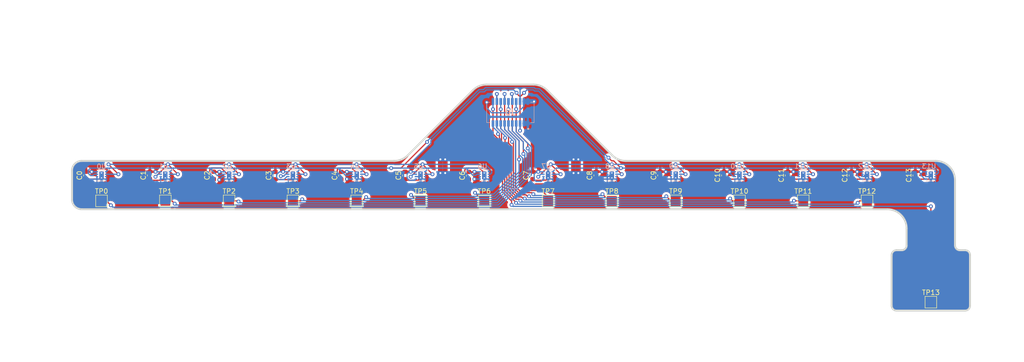
<source format=kicad_pcb>
(kicad_pcb
	(version 20240108)
	(generator "pcbnew")
	(generator_version "8.0")
	(general
		(thickness 1.6)
		(legacy_teardrops no)
	)
	(paper "A4")
	(layers
		(0 "F.Cu" signal)
		(31 "B.Cu" signal)
		(32 "B.Adhes" user "B.Adhesive")
		(33 "F.Adhes" user "F.Adhesive")
		(34 "B.Paste" user)
		(35 "F.Paste" user)
		(36 "B.SilkS" user "B.Silkscreen")
		(37 "F.SilkS" user "F.Silkscreen")
		(38 "B.Mask" user)
		(39 "F.Mask" user)
		(40 "Dwgs.User" user "User.Drawings")
		(41 "Cmts.User" user "User.Comments")
		(42 "Eco1.User" user "User.Eco1")
		(43 "Eco2.User" user "User.Eco2")
		(44 "Edge.Cuts" user)
		(45 "Margin" user)
		(46 "B.CrtYd" user "B.Courtyard")
		(47 "F.CrtYd" user "F.Courtyard")
		(48 "B.Fab" user)
		(49 "F.Fab" user)
		(50 "User.1" user)
		(51 "User.2" user)
		(52 "User.3" user)
		(53 "User.4" user)
		(54 "User.5" user)
		(55 "User.6" user)
		(56 "User.7" user)
		(57 "User.8" user)
		(58 "User.9" user)
	)
	(setup
		(stackup
			(layer "F.SilkS"
				(type "Top Silk Screen")
			)
			(layer "F.Paste"
				(type "Top Solder Paste")
			)
			(layer "F.Mask"
				(type "Top Solder Mask")
				(thickness 0.01)
			)
			(layer "F.Cu"
				(type "copper")
				(thickness 0.035)
			)
			(layer "dielectric 1"
				(type "core")
				(thickness 1.51)
				(material "FR4")
				(epsilon_r 4.5)
				(loss_tangent 0.02)
			)
			(layer "B.Cu"
				(type "copper")
				(thickness 0.035)
			)
			(layer "B.Mask"
				(type "Bottom Solder Mask")
				(thickness 0.01)
			)
			(layer "B.Paste"
				(type "Bottom Solder Paste")
			)
			(layer "B.SilkS"
				(type "Bottom Silk Screen")
			)
			(copper_finish "None")
			(dielectric_constraints no)
		)
		(pad_to_mask_clearance 0)
		(allow_soldermask_bridges_in_footprints no)
		(pcbplotparams
			(layerselection 0x00010fc_ffffffff)
			(plot_on_all_layers_selection 0x0000000_00000000)
			(disableapertmacros no)
			(usegerberextensions no)
			(usegerberattributes yes)
			(usegerberadvancedattributes yes)
			(creategerberjobfile yes)
			(dashed_line_dash_ratio 12.000000)
			(dashed_line_gap_ratio 3.000000)
			(svgprecision 4)
			(plotframeref no)
			(viasonmask no)
			(mode 1)
			(useauxorigin no)
			(hpglpennumber 1)
			(hpglpenspeed 20)
			(hpglpendiameter 15.000000)
			(pdf_front_fp_property_popups yes)
			(pdf_back_fp_property_popups yes)
			(dxfpolygonmode yes)
			(dxfimperialunits yes)
			(dxfusepcbnewfont yes)
			(psnegative no)
			(psa4output no)
			(plotreference yes)
			(plotvalue yes)
			(plotfptext yes)
			(plotinvisibletext no)
			(sketchpadsonfab no)
			(subtractmaskfromsilk no)
			(outputformat 1)
			(mirror no)
			(drillshape 1)
			(scaleselection 1)
			(outputdirectory "")
		)
	)
	(net 0 "")
	(net 1 "GND")
	(net 2 "unconnected-(U3-ALERT-Pad3)")
	(net 3 "/SDA")
	(net 4 "+3V3")
	(net 5 "/SCL")
	(net 6 "unconnected-(U6-ALERT-Pad3)")
	(net 7 "unconnected-(U7-ALERT-Pad3)")
	(net 8 "unconnected-(U1-ALERT-Pad3)")
	(net 9 "unconnected-(U2-ALERT-Pad3)")
	(net 10 "unconnected-(U4-ALERT-Pad3)")
	(net 11 "unconnected-(U5-ALERT-Pad3)")
	(net 12 "unconnected-(U8-ALERT-Pad3)")
	(net 13 "unconnected-(U9-ALERT-Pad3)")
	(net 14 "unconnected-(U10-ALERT-Pad3)")
	(net 15 "unconnected-(U11-ALERT-Pad3)")
	(net 16 "unconnected-(U12-ALERT-Pad3)")
	(net 17 "Net-(J0-Pin_13)")
	(net 18 "Net-(J0-Pin_8)")
	(net 19 "Net-(J0-Pin_17)")
	(net 20 "Net-(J0-Pin_7)")
	(net 21 "Net-(J0-Pin_15)")
	(net 22 "Net-(J0-Pin_20)")
	(net 23 "Net-(J0-Pin_12)")
	(net 24 "Net-(J0-Pin_9)")
	(net 25 "Net-(J0-Pin_11)")
	(net 26 "Net-(J0-Pin_10)")
	(net 27 "Net-(J0-Pin_14)")
	(net 28 "Net-(J0-Pin_16)")
	(net 29 "Net-(J0-Pin_19)")
	(net 30 "Net-(J0-Pin_18)")
	(net 31 "unconnected-(U13-ALERT-Pad3)")
	(net 32 "unconnected-(U0-ALERT-Pad3)")
	(footprint "Capacitor_SMD:C_0603_1608Metric" (layer "F.Cu") (at 74.1 91.35 -90))
	(footprint "TestPoint:TestPoint_Pad_2.0x2.0mm" (layer "F.Cu") (at 143.3 96.62))
	(footprint "TestPoint:TestPoint_Pad_2.0x2.0mm" (layer "F.Cu") (at 209.3 96.62))
	(footprint "TestPoint:TestPoint_Pad_2.0x2.0mm" (layer "F.Cu") (at 222.5 96.62))
	(footprint "Capacitor_SMD:C_0603_1608Metric" (layer "F.Cu") (at 100.07 91.38 -90))
	(footprint "Capacitor_SMD:C_0603_1608Metric" (layer "F.Cu") (at 113.69 91.39 -90))
	(footprint "TestPoint:TestPoint_Pad_2.0x2.0mm" (layer "F.Cu") (at 77.31 96.62))
	(footprint "TestPoint:TestPoint_Pad_2.0x2.0mm" (layer "F.Cu") (at 64.1 96.62))
	(footprint "Capacitor_SMD:C_0603_1608Metric" (layer "F.Cu") (at 87.3 91.35 -90))
	(footprint "Capacitor_SMD:C_0603_1608Metric" (layer "F.Cu") (at 153.3 91.35 -90))
	(footprint "TestPoint:TestPoint_Pad_2.0x2.0mm" (layer "F.Cu") (at 156.5 96.62))
	(footprint "TestPoint:TestPoint_Pad_2.0x2.0mm" (layer "F.Cu") (at 196.11 96.62))
	(footprint "Capacitor_SMD:C_0603_1608Metric" (layer "F.Cu") (at 126.89 91.365 -90))
	(footprint "Capacitor_SMD:C_0603_1608Metric" (layer "F.Cu") (at 192.9 91.35 -90))
	(footprint "TestPoint:TestPoint_Pad_2.0x2.0mm" (layer "F.Cu") (at 130.1 96.62))
	(footprint "TestPoint:TestPoint_Pad_2.0x2.0mm" (layer "F.Cu") (at 235.71 117.61))
	(footprint "TestPoint:TestPoint_Pad_2.0x2.0mm" (layer "F.Cu") (at 169.7 96.62))
	(footprint "TestPoint:TestPoint_Pad_2.0x2.0mm" (layer "F.Cu") (at 182.9 96.62))
	(footprint "Capacitor_SMD:C_0603_1608Metric" (layer "F.Cu") (at 140.09 91.39 -90))
	(footprint "TestPoint:TestPoint_Pad_2.0x2.0mm" (layer "F.Cu") (at 103.71 96.62))
	(footprint "Capacitor_SMD:C_0603_1608Metric" (layer "F.Cu") (at 206.1 91.35 -90))
	(footprint "Capacitor_SMD:C_0603_1608Metric" (layer "F.Cu") (at 60.9 91.35 -90))
	(footprint "Capacitor_SMD:C_0603_1608Metric" (layer "F.Cu") (at 219.3 91.35 -90))
	(footprint "Capacitor_SMD:C_0603_1608Metric" (layer "F.Cu") (at 179.7 91.35 -90))
	(footprint "TestPoint:TestPoint_Pad_2.0x2.0mm" (layer "F.Cu") (at 90.5 96.62))
	(footprint "Capacitor_SMD:C_0603_1608Metric" (layer "F.Cu") (at 232.5 91.35 -90))
	(footprint "Capacitor_SMD:C_0603_1608Metric" (layer "F.Cu") (at 166.5 91.35 -90))
	(footprint "TestPoint:TestPoint_Pad_2.0x2.0mm" (layer "F.Cu") (at 116.9 96.62))
	(footprint "Package_SON:WSON-8-1EP_2x2mm_P0.5mm_EP0.9x1.6mm_ThermalVias" (layer "B.Cu") (at 156.5 91.35 180))
	(footprint "Package_SON:WSON-8-1EP_2x2mm_P0.5mm_EP0.9x1.6mm_ThermalVias" (layer "B.Cu") (at 103.7 91.35 180))
	(footprint "Package_SON:WSON-8-1EP_2x2mm_P0.5mm_EP0.9x1.6mm_ThermalVias" (layer "B.Cu") (at 235.7 91.35 180))
	(footprint "Package_SON:WSON-8-1EP_2x2mm_P0.5mm_EP0.9x1.6mm_ThermalVias" (layer "B.Cu") (at 90.5 91.35 180))
	(footprint "Package_SON:WSON-8-1EP_2x2mm_P0.5mm_EP0.9x1.6mm_ThermalVias" (layer "B.Cu") (at 196.1 91.35 180))
	(footprint "MV_Abnehmerplatine:533092070" (layer "B.Cu") (at 148.7 78.3))
	(footprint "Package_SON:WSON-8-1EP_2x2mm_P0.5mm_EP0.9x1.6mm_ThermalVias" (layer "B.Cu") (at 116.9 91.35 180))
	(footprint "Package_SON:WSON-8-1EP_2x2mm_P0.5mm_EP0.9x1.6mm_ThermalVias" (layer "B.Cu") (at 143.3 91.35 180))
	(footprint "Package_SON:WSON-8-1EP_2x2mm_P0.5mm_EP0.9x1.6mm_ThermalVias" (layer "B.Cu") (at 77.3 91.35 180))
	(footprint "Package_SON:WSON-8-1EP_2x2mm_P0.5mm_EP0.9x1.6mm_ThermalVias" (layer "B.Cu") (at 222.5 91.35 180))
	(footprint "Package_SON:WSON-8-1EP_2x2mm_P0.5mm_EP0.9x1.6mm_ThermalVias" (layer "B.Cu") (at 169.7 91.35 180))
	(footprint "Package_SON:WSON-8-1EP_2x2mm_P0.5mm_EP0.9x1.6mm_ThermalVias" (layer "B.Cu") (at 130.1 91.35 180))
	(footprint "Package_SON:WSON-8-1EP_2x2mm_P0.5mm_EP0.9x1.6mm_ThermalVias"
		(layer "B.Cu")
		(uuid "cebc6ab1-22a4-48d4-b7c3-a97a55c10e0b")
		(at 209.3 91.35 180)
		(descr "8-Lead Plastic WSON, 2x2mm Body, 0.5mm Pitch, WSON-8, http://www.ti.com/lit/ds/symlink/lm27761.pdf")
		(tags "WSON 8 1EP ThermalVias")
		(property "Reference" "U11"
			(at 0.38 1.9 180)
			(layer "B.SilkS")
			(uuid "df15d7d7-0a21-4ca7-b56e-56fbfdac1bf0")
			(effects
				(font
					(size 1 1)
					(thickness 0.15)
				)
				(justify mirror)
			)
		)
		(property "Value" "TMP1075DSG"
			(at 0.01 -2.14 180)
			(layer "B.Fab")
			(uuid "40b8c5b3-f5b7-40e5-bc78-885e5379874e")
			(effects
				(font
					(size 1 1)
					(thickness 0.15)
				)
				(justify mirror)
			)
		)
		(property "Footprint" "Package_SON:WSON-8-1EP_2x2mm_P0.5mm_EP0.9x1.6mm_ThermalVias"
			(at 0 0 0)
			(unlocked yes)
			(layer "B.Fab")
			(hide yes)
			(uuid "5e4d230c-2f8a-46ee-9b94-b70536680556")
			(effects
				(font
					(size 1.27 1.27)
				)
				(justify mirror)
			)
		)
		(property "Datasheet" "https://www.ti.com/lit/gpn/tmp1075"
			(at 0 0 0)
			(unlocked yes)
			(layer "B.Fab")
			(hide yes)
			(uuid "025a387f-be55-4094-9237-126f6ae56774")
			(effects
				(font
					(size 1.27 1.27)
				)
				(justify mirror)
			)
		)
		(property "Description" ""
			(at 0 0 0)
			(unlocked yes)
			(layer "B.Fab")
			(hide yes)
			(uuid "8bfb4beb-efea-49b2-9c14-4c8713eff8a8")
			(effects
				(font
					(size 1.27 1.27)
				)
				(justify mirror)
			)
		)
		(property ki_fp_filters "WSON*1EP*2x2mm*P0.5mm*")

... [380963 chars truncated]
</source>
